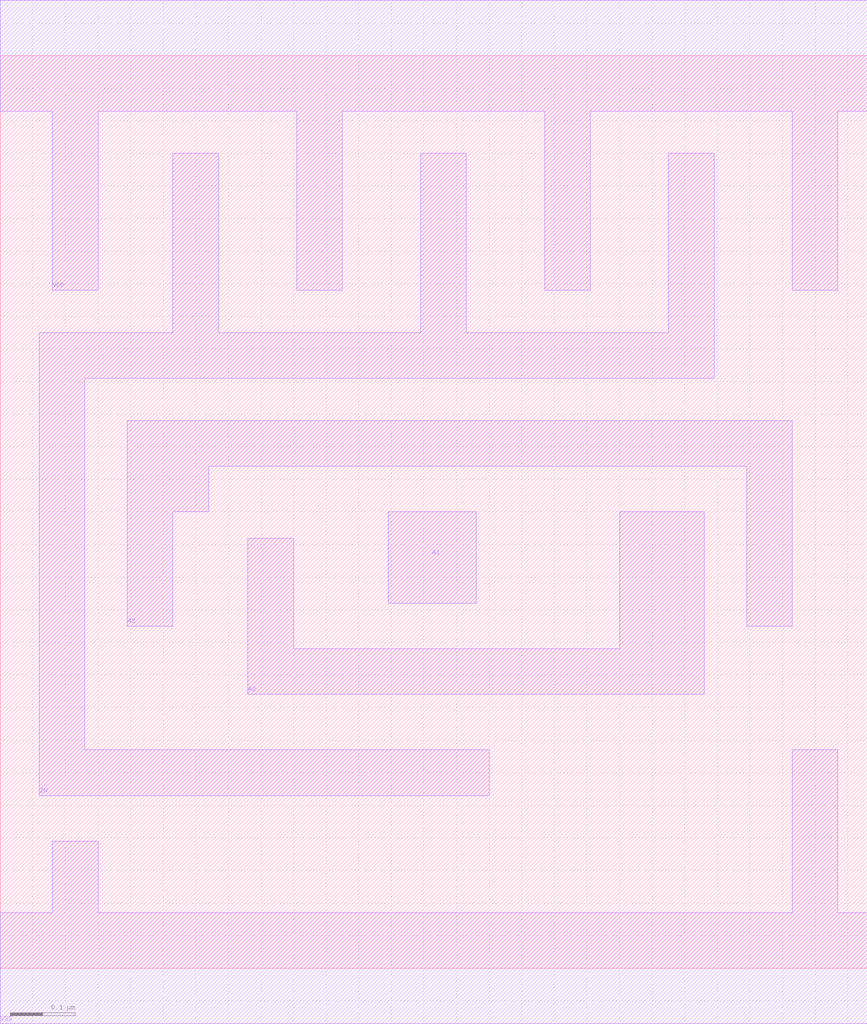
<source format=lef>
# 
# ******************************************************************************
# *                                                                            *
# *                   Copyright (C) 2004-2010, Nangate Inc.                    *
# *                           All rights reserved.                             *
# *                                                                            *
# * Nangate and the Nangate logo are trademarks of Nangate Inc.                *
# *                                                                            *
# * All trademarks, logos, software marks, and trade names (collectively the   *
# * "Marks") in this program are proprietary to Nangate or other respective    *
# * owners that have granted Nangate the right and license to use such Marks.  *
# * You are not permitted to use the Marks without the prior written consent   *
# * of Nangate or such third party that may own the Marks.                     *
# *                                                                            *
# * This file has been provided pursuant to a License Agreement containing     *
# * restrictions on its use. This file contains valuable trade secrets and     *
# * proprietary information of Nangate Inc., and is protected by U.S. and      *
# * international laws and/or treaties.                                        *
# *                                                                            *
# * The copyright notice(s) in this file does not indicate actual or intended  *
# * publication of this file.                                                  *
# *                                                                            *
# *     NGLibraryCreator, v2010.08-HR32-SP3-2010-08-05 - build 1009061800      *
# *                                                                            *
# ******************************************************************************
# 
# 
# Running on brazil06.nangate.com.br for user Giancarlo Franciscatto (gfr).
# Local time is now Fri, 3 Dec 2010, 19:32:18.
# Main process id is 27821.

VERSION 5.6 ;
BUSBITCHARS "[]" ;
DIVIDERCHAR "/" ;

MACRO NAND3_X2
  CLASS core ;
  FOREIGN NAND3_X2 0.0 0.0 ;
  ORIGIN 0 0 ;
  SYMMETRY X Y ;
  SITE FreePDK45_38x28_10R_NP_162NW_34O ;
  SIZE 1.33 BY 1.4 ;
  PIN A1
    DIRECTION INPUT ;
    ANTENNAPARTIALMETALAREA 0.0189 LAYER metal1 ;
    ANTENNAPARTIALMETALSIDEAREA 0.0715 LAYER metal1 ;
    ANTENNAGATEAREA 0.1045 ;
    PORT
      LAYER metal1 ;
        POLYGON 0.595 0.56 0.73 0.56 0.73 0.7 0.595 0.7  ;
    END
  END A1
  PIN A2
    DIRECTION INPUT ;
    ANTENNAPARTIALMETALAREA 0.0882 LAYER metal1 ;
    ANTENNAPARTIALMETALSIDEAREA 0.299 LAYER metal1 ;
    ANTENNAGATEAREA 0.1045 ;
    PORT
      LAYER metal1 ;
        POLYGON 0.38 0.42 1.08 0.42 1.08 0.7 0.95 0.7 0.95 0.49 0.45 0.49 0.45 0.66 0.38 0.66  ;
    END
  END A2
  PIN A3
    DIRECTION INPUT ;
    ANTENNAPARTIALMETALAREA 0.10955 LAYER metal1 ;
    ANTENNAPARTIALMETALSIDEAREA 0.4108 LAYER metal1 ;
    ANTENNAGATEAREA 0.1045 ;
    PORT
      LAYER metal1 ;
        POLYGON 0.195 0.525 0.265 0.525 0.265 0.7 0.32 0.7 0.32 0.77 1.145 0.77 1.145 0.525 1.215 0.525 1.215 0.84 0.195 0.84  ;
    END
  END A3
  PIN ZN
    DIRECTION OUTPUT ;
    ANTENNAPARTIALMETALAREA 0.2184 LAYER metal1 ;
    ANTENNAPARTIALMETALSIDEAREA 0.8294 LAYER metal1 ;
    ANTENNADIFFAREA 0.3227 ;
    PORT
      LAYER metal1 ;
        POLYGON 0.13 0.905 1.095 0.905 1.095 1.25 1.025 1.25 1.025 0.975 0.715 0.975 0.715 1.25 0.645 1.25 0.645 0.975 0.335 0.975 0.335 1.25 0.265 1.25 0.265 0.975 0.06 0.975 0.06 0.265 0.75 0.265 0.75 0.335 0.13 0.335  ;
    END
  END ZN
  PIN VDD
    DIRECTION INOUT ;
    USE power ;
    SHAPE ABUTMENT ;
    PORT
      LAYER metal1 ;
        POLYGON 0 1.315 0.08 1.315 0.08 1.04 0.15 1.04 0.15 1.315 0.455 1.315 0.455 1.04 0.525 1.04 0.525 1.315 0.835 1.315 0.835 1.04 0.905 1.04 0.905 1.315 1.215 1.315 1.215 1.04 1.285 1.04 1.285 1.315 1.33 1.315 1.33 1.485 0 1.485  ;
    END
  END VDD
  PIN VSS
    DIRECTION INOUT ;
    USE ground ;
    SHAPE ABUTMENT ;
    PORT
      LAYER metal1 ;
        POLYGON 0 -0.085 1.33 -0.085 1.33 0.085 1.285 0.085 1.285 0.335 1.215 0.335 1.215 0.085 0.15 0.085 0.15 0.195 0.08 0.195 0.08 0.085 0 0.085  ;
    END
  END VSS
END NAND3_X2

END LIBRARY
#
# End of file
#

</source>
